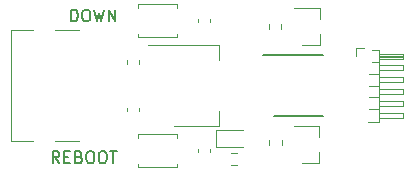
<source format=gbr>
%TF.GenerationSoftware,KiCad,Pcbnew,(5.1.8)-1*%
%TF.CreationDate,2020-12-30T11:25:41+08:00*%
%TF.ProjectId,downloader,646f776e-6c6f-4616-9465-722e6b696361,rev?*%
%TF.SameCoordinates,Original*%
%TF.FileFunction,Legend,Top*%
%TF.FilePolarity,Positive*%
%FSLAX46Y46*%
G04 Gerber Fmt 4.6, Leading zero omitted, Abs format (unit mm)*
G04 Created by KiCad (PCBNEW (5.1.8)-1) date 2020-12-30 11:25:41*
%MOMM*%
%LPD*%
G01*
G04 APERTURE LIST*
%ADD10C,0.150000*%
%ADD11C,0.120000*%
G04 APERTURE END LIST*
D10*
X104219047Y-87052380D02*
X104219047Y-86052380D01*
X104457142Y-86052380D01*
X104600000Y-86100000D01*
X104695238Y-86195238D01*
X104742857Y-86290476D01*
X104790476Y-86480952D01*
X104790476Y-86623809D01*
X104742857Y-86814285D01*
X104695238Y-86909523D01*
X104600000Y-87004761D01*
X104457142Y-87052380D01*
X104219047Y-87052380D01*
X105409523Y-86052380D02*
X105600000Y-86052380D01*
X105695238Y-86100000D01*
X105790476Y-86195238D01*
X105838095Y-86385714D01*
X105838095Y-86719047D01*
X105790476Y-86909523D01*
X105695238Y-87004761D01*
X105600000Y-87052380D01*
X105409523Y-87052380D01*
X105314285Y-87004761D01*
X105219047Y-86909523D01*
X105171428Y-86719047D01*
X105171428Y-86385714D01*
X105219047Y-86195238D01*
X105314285Y-86100000D01*
X105409523Y-86052380D01*
X106171428Y-86052380D02*
X106409523Y-87052380D01*
X106600000Y-86338095D01*
X106790476Y-87052380D01*
X107028571Y-86052380D01*
X107409523Y-87052380D02*
X107409523Y-86052380D01*
X107980952Y-87052380D01*
X107980952Y-86052380D01*
X103228571Y-99052380D02*
X102895238Y-98576190D01*
X102657142Y-99052380D02*
X102657142Y-98052380D01*
X103038095Y-98052380D01*
X103133333Y-98100000D01*
X103180952Y-98147619D01*
X103228571Y-98242857D01*
X103228571Y-98385714D01*
X103180952Y-98480952D01*
X103133333Y-98528571D01*
X103038095Y-98576190D01*
X102657142Y-98576190D01*
X103657142Y-98528571D02*
X103990476Y-98528571D01*
X104133333Y-99052380D02*
X103657142Y-99052380D01*
X103657142Y-98052380D01*
X104133333Y-98052380D01*
X104895238Y-98528571D02*
X105038095Y-98576190D01*
X105085714Y-98623809D01*
X105133333Y-98719047D01*
X105133333Y-98861904D01*
X105085714Y-98957142D01*
X105038095Y-99004761D01*
X104942857Y-99052380D01*
X104561904Y-99052380D01*
X104561904Y-98052380D01*
X104895238Y-98052380D01*
X104990476Y-98100000D01*
X105038095Y-98147619D01*
X105085714Y-98242857D01*
X105085714Y-98338095D01*
X105038095Y-98433333D01*
X104990476Y-98480952D01*
X104895238Y-98528571D01*
X104561904Y-98528571D01*
X105752380Y-98052380D02*
X105942857Y-98052380D01*
X106038095Y-98100000D01*
X106133333Y-98195238D01*
X106180952Y-98385714D01*
X106180952Y-98719047D01*
X106133333Y-98909523D01*
X106038095Y-99004761D01*
X105942857Y-99052380D01*
X105752380Y-99052380D01*
X105657142Y-99004761D01*
X105561904Y-98909523D01*
X105514285Y-98719047D01*
X105514285Y-98385714D01*
X105561904Y-98195238D01*
X105657142Y-98100000D01*
X105752380Y-98052380D01*
X106800000Y-98052380D02*
X106990476Y-98052380D01*
X107085714Y-98100000D01*
X107180952Y-98195238D01*
X107228571Y-98385714D01*
X107228571Y-98719047D01*
X107180952Y-98909523D01*
X107085714Y-99004761D01*
X106990476Y-99052380D01*
X106800000Y-99052380D01*
X106704761Y-99004761D01*
X106609523Y-98909523D01*
X106561904Y-98719047D01*
X106561904Y-98385714D01*
X106609523Y-98195238D01*
X106704761Y-98100000D01*
X106800000Y-98052380D01*
X107514285Y-98052380D02*
X108085714Y-98052380D01*
X107799999Y-99052380D02*
X107799999Y-98052380D01*
D11*
%TO.C,R1*%
X117762742Y-99247500D02*
X118237258Y-99247500D01*
X117762742Y-98202500D02*
X118237258Y-98202500D01*
%TO.C,D1*%
X116515000Y-97685000D02*
X118800000Y-97685000D01*
X116515000Y-96215000D02*
X116515000Y-97685000D01*
X118800000Y-96215000D02*
X116515000Y-96215000D01*
D10*
%TO.C,U2*%
X121430000Y-95070000D02*
X125570000Y-95070000D01*
X120500000Y-89930000D02*
X125570000Y-89930000D01*
D11*
%TO.C,U1*%
X116710000Y-95910000D02*
X116710000Y-94650000D01*
X116710000Y-89090000D02*
X116710000Y-90350000D01*
X112950000Y-95910000D02*
X116710000Y-95910000D01*
X110700000Y-89090000D02*
X116710000Y-89090000D01*
%TO.C,SW2*%
X113150000Y-96600000D02*
X113150000Y-96900000D01*
X109850000Y-96600000D02*
X113150000Y-96600000D01*
X109850000Y-96900000D02*
X109850000Y-96600000D01*
X113150000Y-99400000D02*
X113150000Y-99100000D01*
X109850000Y-99400000D02*
X113150000Y-99400000D01*
X109850000Y-99100000D02*
X109850000Y-99400000D01*
%TO.C,SW1*%
X113150000Y-85600000D02*
X113150000Y-85900000D01*
X109850000Y-85600000D02*
X113150000Y-85600000D01*
X109850000Y-85900000D02*
X109850000Y-85600000D01*
X113150000Y-88400000D02*
X113150000Y-88100000D01*
X109850000Y-88400000D02*
X113150000Y-88400000D01*
X109850000Y-88100000D02*
X109850000Y-88400000D01*
%TO.C,R3*%
X122047500Y-97087742D02*
X122047500Y-97562258D01*
X121002500Y-97087742D02*
X121002500Y-97562258D01*
%TO.C,R2*%
X122022500Y-87262742D02*
X122022500Y-87737258D01*
X120977500Y-87262742D02*
X120977500Y-87737258D01*
%TO.C,Q2*%
X125235000Y-99055000D02*
X125235000Y-98125000D01*
X125235000Y-95895000D02*
X125235000Y-96825000D01*
X125235000Y-95895000D02*
X123075000Y-95895000D01*
X125235000Y-99055000D02*
X123775000Y-99055000D01*
%TO.C,Q1*%
X125260000Y-89080000D02*
X125260000Y-88150000D01*
X125260000Y-85920000D02*
X125260000Y-86850000D01*
X125260000Y-85920000D02*
X123100000Y-85920000D01*
X125260000Y-89080000D02*
X123800000Y-89080000D01*
%TO.C,J2*%
X129685000Y-89440000D02*
X130310000Y-89440000D01*
X130310000Y-89440000D02*
X130310000Y-95560000D01*
X130310000Y-95560000D02*
X129394493Y-95560000D01*
X130310000Y-89790000D02*
X132310000Y-89790000D01*
X132310000Y-89790000D02*
X132310000Y-90210000D01*
X132310000Y-90210000D02*
X130310000Y-90210000D01*
X130310000Y-89850000D02*
X132310000Y-89850000D01*
X130310000Y-89970000D02*
X132310000Y-89970000D01*
X130310000Y-90090000D02*
X132310000Y-90090000D01*
X129685000Y-90500000D02*
X130310000Y-90500000D01*
X130310000Y-90790000D02*
X132310000Y-90790000D01*
X132310000Y-90790000D02*
X132310000Y-91210000D01*
X132310000Y-91210000D02*
X130310000Y-91210000D01*
X129468215Y-91500000D02*
X130310000Y-91500000D01*
X130310000Y-91790000D02*
X132310000Y-91790000D01*
X132310000Y-91790000D02*
X132310000Y-92210000D01*
X132310000Y-92210000D02*
X130310000Y-92210000D01*
X129468215Y-92500000D02*
X130310000Y-92500000D01*
X130310000Y-92790000D02*
X132310000Y-92790000D01*
X132310000Y-92790000D02*
X132310000Y-93210000D01*
X132310000Y-93210000D02*
X130310000Y-93210000D01*
X129468215Y-93500000D02*
X130310000Y-93500000D01*
X130310000Y-93790000D02*
X132310000Y-93790000D01*
X132310000Y-93790000D02*
X132310000Y-94210000D01*
X132310000Y-94210000D02*
X130310000Y-94210000D01*
X129468215Y-94500000D02*
X130310000Y-94500000D01*
X130310000Y-94790000D02*
X132310000Y-94790000D01*
X132310000Y-94790000D02*
X132310000Y-95210000D01*
X132310000Y-95210000D02*
X130310000Y-95210000D01*
X128315000Y-90000000D02*
X128315000Y-89315000D01*
X128315000Y-89315000D02*
X129000000Y-89315000D01*
%TO.C,J1*%
X101000000Y-87800000D02*
X99100000Y-87800000D01*
X104900000Y-87800000D02*
X102900000Y-87800000D01*
X101000000Y-97200000D02*
X99100000Y-97200000D01*
X104900000Y-97200000D02*
X102900000Y-97200000D01*
X99100000Y-87800000D02*
X99100000Y-97200000D01*
%TO.C,C4*%
X114990000Y-98140580D02*
X114990000Y-97859420D01*
X116010000Y-98140580D02*
X116010000Y-97859420D01*
%TO.C,C2*%
X114990000Y-87140580D02*
X114990000Y-86859420D01*
X116010000Y-87140580D02*
X116010000Y-86859420D01*
%TO.C,C3*%
X108990000Y-94640580D02*
X108990000Y-94359420D01*
X110010000Y-94640580D02*
X110010000Y-94359420D01*
%TO.C,C1*%
X110010000Y-90359420D02*
X110010000Y-90640580D01*
X108990000Y-90359420D02*
X108990000Y-90640580D01*
%TD*%
M02*

</source>
